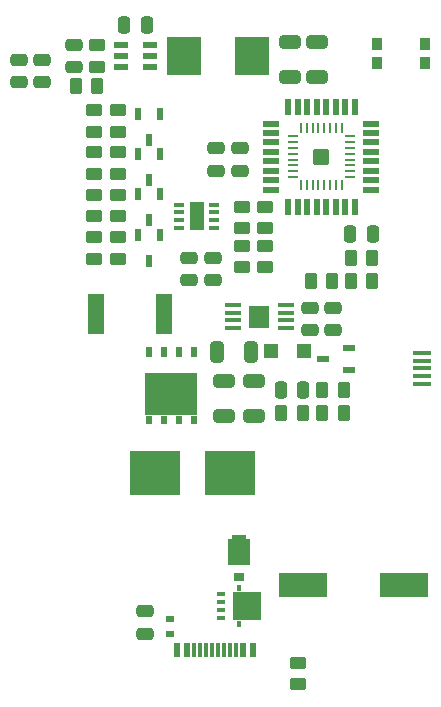
<source format=gbr>
%TF.GenerationSoftware,KiCad,Pcbnew,7.0.8*%
%TF.CreationDate,2023-10-25T09:11:50+02:00*%
%TF.ProjectId,AxxSolder,41787853-6f6c-4646-9572-2e6b69636164,rev?*%
%TF.SameCoordinates,Original*%
%TF.FileFunction,Paste,Bot*%
%TF.FilePolarity,Positive*%
%FSLAX46Y46*%
G04 Gerber Fmt 4.6, Leading zero omitted, Abs format (unit mm)*
G04 Created by KiCad (PCBNEW 7.0.8) date 2023-10-25 09:11:50*
%MOMM*%
%LPD*%
G01*
G04 APERTURE LIST*
G04 Aperture macros list*
%AMRoundRect*
0 Rectangle with rounded corners*
0 $1 Rounding radius*
0 $2 $3 $4 $5 $6 $7 $8 $9 X,Y pos of 4 corners*
0 Add a 4 corners polygon primitive as box body*
4,1,4,$2,$3,$4,$5,$6,$7,$8,$9,$2,$3,0*
0 Add four circle primitives for the rounded corners*
1,1,$1+$1,$2,$3*
1,1,$1+$1,$4,$5*
1,1,$1+$1,$6,$7*
1,1,$1+$1,$8,$9*
0 Add four rect primitives between the rounded corners*
20,1,$1+$1,$2,$3,$4,$5,0*
20,1,$1+$1,$4,$5,$6,$7,0*
20,1,$1+$1,$6,$7,$8,$9,0*
20,1,$1+$1,$8,$9,$2,$3,0*%
G04 Aperture macros list end*
%ADD10R,4.240000X3.810000*%
%ADD11R,0.600000X1.050000*%
%ADD12R,1.450000X3.450000*%
%ADD13RoundRect,0.250000X-0.450000X0.262500X-0.450000X-0.262500X0.450000X-0.262500X0.450000X0.262500X0*%
%ADD14RoundRect,0.250000X0.475000X-0.250000X0.475000X0.250000X-0.475000X0.250000X-0.475000X-0.250000X0*%
%ADD15R,0.500000X0.925000*%
%ADD16R,0.600000X0.800000*%
%ADD17R,4.410000X3.655000*%
%ADD18RoundRect,0.250000X0.450000X-0.262500X0.450000X0.262500X-0.450000X0.262500X-0.450000X-0.262500X0*%
%ADD19RoundRect,0.250000X0.250000X0.475000X-0.250000X0.475000X-0.250000X-0.475000X0.250000X-0.475000X0*%
%ADD20R,0.850000X0.350000*%
%ADD21R,1.300000X2.450000*%
%ADD22R,0.800000X0.550000*%
%ADD23R,2.850000X3.200000*%
%ADD24R,1.500000X0.400000*%
%ADD25RoundRect,0.250000X0.650000X-0.325000X0.650000X0.325000X-0.650000X0.325000X-0.650000X-0.325000X0*%
%ADD26RoundRect,0.250000X-0.475000X0.250000X-0.475000X-0.250000X0.475000X-0.250000X0.475000X0.250000X0*%
%ADD27RoundRect,0.250000X-0.262500X-0.450000X0.262500X-0.450000X0.262500X0.450000X-0.262500X0.450000X0*%
%ADD28R,1.050000X0.600000*%
%ADD29R,0.900000X1.000000*%
%ADD30RoundRect,0.250000X0.262500X0.450000X-0.262500X0.450000X-0.262500X-0.450000X0.262500X-0.450000X0*%
%ADD31R,1.300000X0.350000*%
%ADD32R,1.930000X2.200000*%
%ADD33R,0.860000X0.700000*%
%ADD34R,0.600000X1.150000*%
%ADD35R,0.300000X1.150000*%
%ADD36R,1.250000X0.600000*%
%ADD37R,1.200000X1.200000*%
%ADD38R,1.425000X0.450000*%
%ADD39R,1.680000X1.880000*%
%ADD40RoundRect,0.250000X-0.325000X-0.650000X0.325000X-0.650000X0.325000X0.650000X-0.325000X0.650000X0*%
%ADD41RoundRect,0.250000X0.455000X-0.455000X0.455000X0.455000X-0.455000X0.455000X-0.455000X-0.455000X0*%
%ADD42RoundRect,0.062500X0.062500X-0.375000X0.062500X0.375000X-0.062500X0.375000X-0.062500X-0.375000X0*%
%ADD43RoundRect,0.062500X0.375000X-0.062500X0.375000X0.062500X-0.375000X0.062500X-0.375000X-0.062500X0*%
%ADD44RoundRect,0.250000X-0.250000X-0.475000X0.250000X-0.475000X0.250000X0.475000X-0.250000X0.475000X0*%
%ADD45R,0.750000X0.400000*%
%ADD46R,0.400000X0.530000*%
%ADD47R,2.400000X2.450000*%
%ADD48R,4.150000X2.100000*%
%ADD49R,0.600000X1.475000*%
%ADD50R,1.475000X0.600000*%
G04 APERTURE END LIST*
D10*
%TO.C,F2*%
X117790000Y-96500000D03*
X111410000Y-96500000D03*
%TD*%
D11*
%TO.C,D3*%
X109950000Y-69525000D03*
X111850000Y-69525000D03*
X110900000Y-71725000D03*
%TD*%
D12*
%TO.C,R10*%
X112200000Y-83100000D03*
X106400000Y-83100000D03*
%TD*%
D13*
%TO.C,R28*%
X106500000Y-60337500D03*
X106500000Y-62162500D03*
%TD*%
D14*
%TO.C,C1*%
X126500000Y-84450000D03*
X126500000Y-82550000D03*
%TD*%
D15*
%TO.C,U2*%
X110895000Y-86272500D03*
X112165000Y-86272500D03*
X113435000Y-86272500D03*
X114705000Y-86272500D03*
D16*
X110895000Y-92062500D03*
X112165000Y-92062500D03*
D17*
X112800000Y-89837500D03*
D16*
X113435000Y-92062500D03*
X114705000Y-92062500D03*
%TD*%
D13*
%TO.C,R6*%
X108250000Y-69387500D03*
X108250000Y-71212500D03*
%TD*%
%TO.C,R21*%
X108250000Y-76587500D03*
X108250000Y-78412500D03*
%TD*%
D18*
%TO.C,R19*%
X106250000Y-74812500D03*
X106250000Y-72987500D03*
%TD*%
D19*
%TO.C,C3*%
X123950000Y-89500000D03*
X122050000Y-89500000D03*
%TD*%
D20*
%TO.C,IC4*%
X113475000Y-75775000D03*
X113475000Y-75125000D03*
X113475000Y-74475000D03*
X113475000Y-73825000D03*
X116375000Y-73825000D03*
X116375000Y-74475000D03*
X116375000Y-75125000D03*
X116375000Y-75775000D03*
D21*
X114925000Y-74800000D03*
%TD*%
D22*
%TO.C,D8*%
X112650000Y-110175000D03*
X112650000Y-108925000D03*
%TD*%
D23*
%TO.C,L1*%
X113900000Y-61250000D03*
X119600000Y-61250000D03*
%TD*%
D24*
%TO.C,J2*%
X133990000Y-88975000D03*
X133990000Y-88325000D03*
X133990000Y-87675000D03*
X133990000Y-87025000D03*
X133990000Y-86375000D03*
%TD*%
D25*
%TO.C,C17*%
X119750000Y-91725000D03*
X119750000Y-88775000D03*
%TD*%
D18*
%TO.C,R20*%
X106250000Y-78412500D03*
X106250000Y-76587500D03*
%TD*%
D26*
%TO.C,C14*%
X99900000Y-61550000D03*
X99900000Y-63450000D03*
%TD*%
%TO.C,C16*%
X116300000Y-78300000D03*
X116300000Y-80200000D03*
%TD*%
D27*
%TO.C,R2*%
X122087500Y-91500000D03*
X123912500Y-91500000D03*
%TD*%
%TO.C,R3*%
X125587500Y-91500000D03*
X127412500Y-91500000D03*
%TD*%
D28*
%TO.C,D12*%
X127800000Y-85950000D03*
X127800000Y-87850000D03*
X125600000Y-86900000D03*
%TD*%
D11*
%TO.C,D1*%
X109950000Y-66150000D03*
X111850000Y-66150000D03*
X110900000Y-68350000D03*
%TD*%
D18*
%TO.C,R8*%
X106250000Y-67662500D03*
X106250000Y-65837500D03*
%TD*%
D25*
%TO.C,C18*%
X117250000Y-91725000D03*
X117250000Y-88775000D03*
%TD*%
D18*
%TO.C,R22*%
X108250000Y-74812500D03*
X108250000Y-72987500D03*
%TD*%
D29*
%TO.C,S2*%
X134300000Y-60200000D03*
X130200000Y-60200000D03*
X134300000Y-61800000D03*
X130200000Y-61800000D03*
%TD*%
D30*
%TO.C,R29*%
X106512500Y-63800000D03*
X104687500Y-63800000D03*
%TD*%
D27*
%TO.C,R14*%
X127962500Y-80300000D03*
X129787500Y-80300000D03*
%TD*%
D18*
%TO.C,R26*%
X120750000Y-79125000D03*
X120750000Y-77300000D03*
%TD*%
D13*
%TO.C,R23*%
X120750000Y-73987500D03*
X120750000Y-75812500D03*
%TD*%
D18*
%TO.C,R5*%
X108250000Y-67662500D03*
X108250000Y-65837500D03*
%TD*%
D26*
%TO.C,C11*%
X118600000Y-69050000D03*
X118600000Y-70950000D03*
%TD*%
D27*
%TO.C,R18*%
X124587500Y-80300000D03*
X126412500Y-80300000D03*
%TD*%
D31*
%TO.C,D13*%
X118500000Y-101925000D03*
D32*
X118500000Y-103200000D03*
D33*
X118500000Y-105360000D03*
%TD*%
D18*
%TO.C,R35*%
X123500000Y-114412500D03*
X123500000Y-112587500D03*
%TD*%
D34*
%TO.C,J5*%
X119700000Y-111545000D03*
X118900000Y-111545000D03*
D35*
X117750000Y-111545000D03*
X116750000Y-111545000D03*
X116250000Y-111545000D03*
X115250000Y-111545000D03*
D34*
X113300000Y-111545000D03*
X114100000Y-111545000D03*
D35*
X114750000Y-111545000D03*
X115750000Y-111545000D03*
X117250000Y-111545000D03*
X118250000Y-111545000D03*
%TD*%
D25*
%TO.C,C27*%
X125100000Y-62975000D03*
X125100000Y-60025000D03*
%TD*%
D36*
%TO.C,IC6*%
X111000000Y-60300000D03*
X111000000Y-61250000D03*
X111000000Y-62200000D03*
X108500000Y-62200000D03*
X108500000Y-61250000D03*
X108500000Y-60300000D03*
%TD*%
D37*
%TO.C,D2*%
X121200000Y-86250000D03*
X124000000Y-86250000D03*
%TD*%
D11*
%TO.C,D5*%
X109950000Y-72925000D03*
X111850000Y-72925000D03*
X110900000Y-75125000D03*
%TD*%
D38*
%TO.C,IC1*%
X122462000Y-82325000D03*
X122462000Y-82975000D03*
X122462000Y-83625000D03*
X122462000Y-84275000D03*
X118038000Y-84275000D03*
X118038000Y-83625000D03*
X118038000Y-82975000D03*
X118038000Y-82325000D03*
D39*
X120250000Y-83300000D03*
%TD*%
D40*
%TO.C,C4*%
X116625000Y-86300000D03*
X119575000Y-86300000D03*
%TD*%
D13*
%TO.C,R24*%
X118750000Y-77300000D03*
X118750000Y-79125000D03*
%TD*%
D41*
%TO.C,IC5*%
X125500000Y-69750000D03*
D42*
X127250000Y-72187500D03*
X126750000Y-72187500D03*
X126250000Y-72187500D03*
X125750000Y-72187500D03*
X125250000Y-72187500D03*
X124750000Y-72187500D03*
X124250000Y-72187500D03*
X123750000Y-72187500D03*
D43*
X123062500Y-71500000D03*
X123062500Y-71000000D03*
X123062500Y-70500000D03*
X123062500Y-70000000D03*
X123062500Y-69500000D03*
X123062500Y-69000000D03*
X123062500Y-68500000D03*
X123062500Y-68000000D03*
D42*
X123750000Y-67312500D03*
X124250000Y-67312500D03*
X124750000Y-67312500D03*
X125250000Y-67312500D03*
X125750000Y-67312500D03*
X126250000Y-67312500D03*
X126750000Y-67312500D03*
X127250000Y-67312500D03*
D43*
X127937500Y-68000000D03*
X127937500Y-68500000D03*
X127937500Y-69000000D03*
X127937500Y-69500000D03*
X127937500Y-70000000D03*
X127937500Y-70500000D03*
X127937500Y-71000000D03*
X127937500Y-71500000D03*
%TD*%
D26*
%TO.C,C5*%
X110600000Y-108250000D03*
X110600000Y-110150000D03*
%TD*%
D19*
%TO.C,C7*%
X129850000Y-76300000D03*
X127950000Y-76300000D03*
%TD*%
D13*
%TO.C,R9*%
X106250000Y-69387500D03*
X106250000Y-71212500D03*
%TD*%
D25*
%TO.C,C25*%
X122800000Y-62975000D03*
X122800000Y-60025000D03*
%TD*%
D26*
%TO.C,C21*%
X101800000Y-61550000D03*
X101800000Y-63450000D03*
%TD*%
D30*
%TO.C,R15*%
X129812500Y-78300000D03*
X127987500Y-78300000D03*
%TD*%
D27*
%TO.C,R1*%
X125587500Y-89500000D03*
X127412500Y-89500000D03*
%TD*%
D13*
%TO.C,R25*%
X118750000Y-73987500D03*
X118750000Y-75812500D03*
%TD*%
D26*
%TO.C,C12*%
X116600000Y-69050000D03*
X116600000Y-70950000D03*
%TD*%
D44*
%TO.C,C24*%
X108800000Y-58600000D03*
X110700000Y-58600000D03*
%TD*%
D45*
%TO.C,Q1*%
X116975000Y-108775000D03*
X116975000Y-108125000D03*
X116975000Y-107475000D03*
X116975000Y-106825000D03*
D46*
X118500000Y-109290000D03*
D47*
X119200000Y-107800000D03*
D46*
X118500000Y-106310000D03*
%TD*%
D14*
%TO.C,C2*%
X124500000Y-84450000D03*
X124500000Y-82550000D03*
%TD*%
D48*
%TO.C,C23*%
X123950000Y-106000000D03*
X132450000Y-106000000D03*
%TD*%
D11*
%TO.C,D6*%
X109950000Y-76375000D03*
X111850000Y-76375000D03*
X110900000Y-78575000D03*
%TD*%
D14*
%TO.C,C26*%
X104550000Y-62200000D03*
X104550000Y-60300000D03*
%TD*%
D26*
%TO.C,C15*%
X114250000Y-78300000D03*
X114250000Y-80200000D03*
%TD*%
D49*
%TO.C,IC2*%
X128300000Y-73988000D03*
X127500000Y-73988000D03*
X126700000Y-73988000D03*
X125900000Y-73988000D03*
X125100000Y-73988000D03*
X124300000Y-73988000D03*
X123500000Y-73988000D03*
X122700000Y-73988000D03*
D50*
X121262000Y-72550000D03*
X121262000Y-71750000D03*
X121262000Y-70950000D03*
X121262000Y-70150000D03*
X121262000Y-69350000D03*
X121262000Y-68550000D03*
X121262000Y-67750000D03*
X121262000Y-66950000D03*
D49*
X122700000Y-65512000D03*
X123500000Y-65512000D03*
X124300000Y-65512000D03*
X125100000Y-65512000D03*
X125900000Y-65512000D03*
X126700000Y-65512000D03*
X127500000Y-65512000D03*
X128300000Y-65512000D03*
D50*
X129738000Y-66950000D03*
X129738000Y-67750000D03*
X129738000Y-68550000D03*
X129738000Y-69350000D03*
X129738000Y-70150000D03*
X129738000Y-70950000D03*
X129738000Y-71750000D03*
X129738000Y-72550000D03*
%TD*%
M02*

</source>
